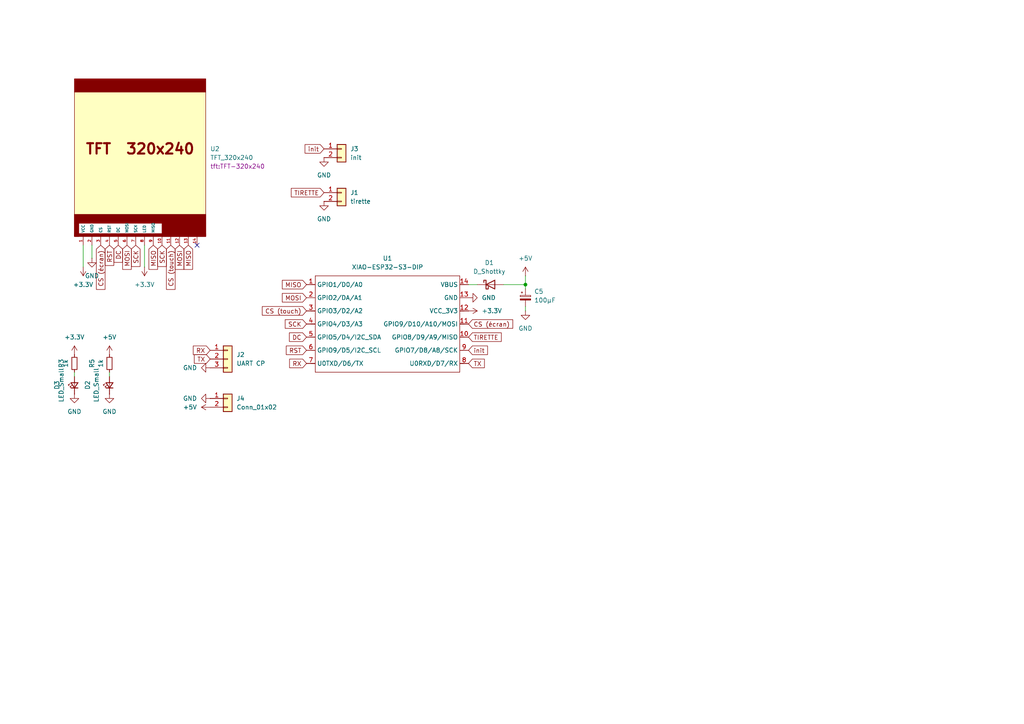
<source format=kicad_sch>
(kicad_sch (version 20250114) (generator "eeschema") (generator_version "9.0")
  (paper "A4")
  (lib_symbols
    (symbol "Connector_Generic:Conn_01x02" (pin_names (offset 1.016) (hide yes))
      (property "Reference" "J" (at 0 2.54 0))
      (property "Value" "Conn_01x02" (at 0 -5.08 0))
      (symbol "Conn_01x02_1_1"
        (rectangle (start -1.27 1.27) (end 1.27 -3.81) (stroke (width 0.254)) (fill (type background)))
        (rectangle (start -1.27 0.127) (end 0 -0.127) (stroke (width 0.1524)))
        (rectangle (start -1.27 -2.413) (end 0 -2.667) (stroke (width 0.1524)))
        (pin passive line (at -5.08 0 0) (length 3.81) (name "Pin_1") (number "1"))
        (pin passive line (at -5.08 -2.54 0) (length 3.81) (name "Pin_2") (number "2"))
      )
    )
    (symbol "Connector_Generic:Conn_01x03" (pin_names (offset 1.016) (hide yes))
      (property "Reference" "J" (at 0 5.08 0))
      (property "Value" "Conn_01x03" (at 0 -5.08 0))
      (symbol "Conn_01x03_1_1"
        (rectangle (start -1.27 3.81) (end 1.27 -3.81) (stroke (width 0.254)) (fill (type background)))
        (rectangle (start -1.27 2.667) (end 0 2.413) (stroke (width 0.1524)))
        (rectangle (start -1.27 0.127) (end 0 -0.127) (stroke (width 0.1524)))
        (rectangle (start -1.27 -2.413) (end 0 -2.667) (stroke (width 0.1524)))
        (pin passive line (at -5.08 2.54 0) (length 3.81) (name "Pin_1") (number "1"))
        (pin passive line (at -5.08 0 0) (length 3.81) (name "Pin_2") (number "2"))
        (pin passive line (at -5.08 -2.54 0) (length 3.81) (name "Pin_3") (number "3"))
      )
    )
    (symbol "Device:C_Polarized_Small" (pin_numbers (hide yes)) (pin_names (offset 0.254) (hide yes))
      (property "Reference" "C" (at 0.254 1.778 0))
      (property "Value" "C_Polarized_Small" (at 0.254 -2.032 0))
      (symbol "C_Polarized_Small_0_1"
        (rectangle (start -1.524 0.6858) (end 1.524 0.3048))
        (rectangle (start -1.524 -0.3048) (end 1.524 -0.6858) (fill (type outline)))
        (polyline (pts (xy -1.27 1.524) (xy -0.762 1.524)))
        (polyline (pts (xy -1.016 1.27) (xy -1.016 1.778)))
      )
      (symbol "C_Polarized_Small_1_1"
        (pin passive line (at 0 2.54 270) (length 1.8542) (name "~") (number "1"))
        (pin passive line (at 0 -2.54 90) (length 1.8542) (name "~") (number "2"))
      )
    )
    (symbol "Device:LED_Small" (pin_numbers (hide yes)) (pin_names (offset 0.254) (hide yes))
      (property "Reference" "D" (at -1.27 3.175 0))
      (property "Value" "LED_Small" (at -4.445 -2.54 0))
      (symbol "LED_Small_0_1"
        (polyline (pts (xy -0.762 -1.016) (xy -0.762 1.016)) (stroke (width 0.254)))
        (polyline (pts (xy 0 0.762) (xy -0.508 1.27) (xy -0.254 1.27) (xy -0.508 1.27) (xy -0.508 1.016)))
        (polyline (pts (xy 0.508 1.27) (xy 0 1.778) (xy 0.254 1.778) (xy 0 1.778) (xy 0 1.524)))
        (polyline (pts (xy 0.762 -1.016) (xy -0.762 0) (xy 0.762 1.016) (xy 0.762 -1.016)) (stroke (width 0.254)))
        (polyline (pts (xy 1.016 0) (xy -0.762 0)))
      )
      (symbol "LED_Small_1_1"
        (pin passive line (at -2.54 0 0) (length 1.778) (name "K") (number "1"))
        (pin passive line (at 2.54 0 180) (length 1.778) (name "A") (number "2"))
      )
    )
    (symbol "Device:R_Small" (pin_numbers (hide yes)) (pin_names (offset 0.254) (hide yes))
      (property "Reference" "R" (at 0.762 0.508 0))
      (property "Value" "R_Small" (at 0.762 -1.016 0))
      (symbol "R_Small_0_1"
        (rectangle (start -0.762 1.778) (end 0.762 -1.778) (stroke (width 0.2032)))
      )
      (symbol "R_Small_1_1"
        (pin passive line (at 0 2.54 270) (length 0.762) (name "~") (number "1"))
        (pin passive line (at 0 -2.54 90) (length 0.762) (name "~") (number "2"))
      )
    )
    (symbol "Diode:SB120" (pin_numbers (hide yes)) (pin_names (offset 1.016) (hide yes))
      (property "Reference" "D" (at 0 2.54 0))
      (property "Value" "SB120" (at 0 -2.54 0))
      (symbol "SB120_0_1"
        (polyline (pts (xy -1.905 0.635) (xy -1.905 1.27) (xy -1.27 1.27) (xy -1.27 -1.27) (xy -0.635 -1.27) (xy -0.635 -0.635)) (stroke (width 0.254)))
        (polyline (pts (xy 1.27 1.27) (xy 1.27 -1.27) (xy -1.27 0) (xy 1.27 1.27)) (stroke (width 0.254)))
        (polyline (pts (xy 1.27 0) (xy -1.27 0)))
      )
      (symbol "SB120_1_1"
        (pin passive line (at -3.81 0 0) (length 2.54) (name "K") (number "1"))
        (pin passive line (at 3.81 0 180) (length 2.54) (name "A") (number "2"))
      )
    )
    (symbol "Seeed_Studio_XIAO_Series:XIAO-ESP32-S3-DIP"
      (property "Reference" "U" (at 1.27 0.508 0))
      (property "Value" "XIAO-ESP32-S3-DIP" (at 9.652 -1.778 0))
      (symbol "XIAO-ESP32-S3-DIP_1_0"
        (polyline (pts (xy 0 -2.54) (xy 41.91 -2.54)) (stroke (width 0.1524)))
        (polyline (pts (xy 0 -5.08) (xy -1.27 -5.08)) (stroke (width 0.1524)))
        (polyline (pts (xy 0 -5.08) (xy 0 -2.54)) (stroke (width 0.1524)))
        (polyline (pts (xy 0 -8.89) (xy -1.27 -8.89)) (stroke (width 0.1524)))
        (polyline (pts (xy 0 -8.89) (xy 0 -5.08)) (stroke (width 0.1524)))
        (polyline (pts (xy 0 -12.7) (xy -1.27 -12.7)) (stroke (width 0.1524)))
        (polyline (pts (xy 0 -12.7) (xy 0 -8.89)) (stroke (width 0.1524)))
        (polyline (pts (xy 0 -16.51) (xy -1.27 -16.51)) (stroke (width 0.1524)))
        (polyline (pts (xy 0 -16.51) (xy 0 -12.7)) (stroke (width 0.1524)))
        (polyline (pts (xy 0 -20.32) (xy -1.27 -20.32)) (stroke (width 0.1524)))
        (polyline (pts (xy 0 -24.13) (xy -1.27 -24.13)) (stroke (width 0.1524)))
        (polyline (pts (xy 0 -27.94) (xy -1.27 -27.94)) (stroke (width 0.1524)))
        (polyline (pts (xy 0 -30.48) (xy 0 -16.51)) (stroke (width 0.1524)))
        (polyline (pts (xy 41.91 -2.54) (xy 41.91 -5.08)) (stroke (width 0.1524)))
        (polyline (pts (xy 41.91 -5.08) (xy 41.91 -8.89)) (stroke (width 0.1524)))
        (polyline (pts (xy 41.91 -8.89) (xy 41.91 -12.7)) (stroke (width 0.1524)))
        (polyline (pts (xy 41.91 -12.7) (xy 41.91 -30.48)) (stroke (width 0.1524)))
        (polyline (pts (xy 41.91 -30.48) (xy 0 -30.48)) (stroke (width 0.1524)))
        (polyline (pts (xy 43.18 -5.08) (xy 41.91 -5.08)) (stroke (width 0.1524)))
        (polyline (pts (xy 43.18 -8.89) (xy 41.91 -8.89)) (stroke (width 0.1524)))
        (polyline (pts (xy 43.18 -12.7) (xy 41.91 -12.7)) (stroke (width 0.1524)))
        (polyline (pts (xy 43.18 -16.51) (xy 41.91 -16.51)) (stroke (width 0.1524)))
        (polyline (pts (xy 43.18 -20.32) (xy 41.91 -20.32)) (stroke (width 0.1524)))
        (polyline (pts (xy 43.18 -24.13) (xy 41.91 -24.13)) (stroke (width 0.1524)))
        (polyline (pts (xy 43.18 -27.94) (xy 41.91 -27.94)) (stroke (width 0.1524)))
        (pin passive line (at -2.54 -5.08 0) (length 2.54) (name "GPIO1/D0/A0") (number "1"))
        (pin passive line (at -2.54 -8.89 0) (length 2.54) (name "GPIO2/DA/A1") (number "2"))
        (pin passive line (at -2.54 -12.7 0) (length 2.54) (name "GPIO3/D2/A2") (number "3"))
        (pin passive line (at -2.54 -16.51 0) (length 2.54) (name "GPIO4/D3/A3") (number "4"))
        (pin passive line (at -2.54 -20.32 0) (length 2.54) (name "GPIO5/D4/I2C_SDA") (number "5"))
        (pin passive line (at -2.54 -24.13 0) (length 2.54) (name "GPIO9/D5/I2C_SCL") (number "6"))
        (pin passive line (at -2.54 -27.94 0) (length 2.54) (name "U0TXD/D6/TX") (number "7"))
        (pin passive line (at 44.45 -5.08 180) (length 2.54) (name "VBUS") (number "14"))
        (pin passive line (at 44.45 -8.89 180) (length 2.54) (name "GND") (number "13"))
        (pin passive line (at 44.45 -12.7 180) (length 2.54) (name "VCC_3V3") (number "12"))
        (pin passive line (at 44.45 -16.51 180) (length 2.54) (name "GPIO9/D10/A10/MOSI") (number "11"))
        (pin passive line (at 44.45 -20.32 180) (length 2.54) (name "GPIO8/D9/A9/MISO") (number "10"))
        (pin passive line (at 44.45 -24.13 180) (length 2.54) (name "GPIO7/D8/A8/SCK") (number "9"))
        (pin passive line (at 44.45 -27.94 180) (length 2.54) (name "U0RXD/D7/RX") (number "8"))
      )
    )
    (symbol "power:+3.3V" (power) (pin_numbers (hide yes)) (pin_names (offset 0) (hide yes))
      (property "Value" "+3.3V" (at 0 3.556 0))
      (symbol "+3.3V_0_1"
        (polyline (pts (xy -0.762 1.27) (xy 0 2.54)))
        (polyline (pts (xy 0 2.54) (xy 0.762 1.27)))
        (polyline (pts (xy 0 0) (xy 0 2.54)))
      )
      (symbol "+3.3V_1_1"
        (pin power_in line (at 0 0 90) (length 0) (name "~") (number "1"))
      )
    )
    (symbol "power:+5V" (power) (pin_numbers (hide yes)) (pin_names (offset 0) (hide yes))
      (property "Value" "+5V" (at 0 3.556 0))
      (symbol "+5V_0_1"
        (polyline (pts (xy -0.762 1.27) (xy 0 2.54)))
        (polyline (pts (xy 0 2.54) (xy 0.762 1.27)))
        (polyline (pts (xy 0 0) (xy 0 2.54)))
      )
      (symbol "+5V_1_1"
        (pin power_in line (at 0 0 90) (length 0) (name "~") (number "1"))
      )
    )
    (symbol "power:GND" (power) (pin_numbers (hide yes)) (pin_names (offset 0) (hide yes))
      (property "Value" "GND" (at 0 -3.81 0))
      (symbol "GND_0_1"
        (polyline (pts (xy 0 0) (xy 0 -1.27) (xy 1.27 -1.27) (xy 0 -2.54) (xy -1.27 -1.27) (xy 0 -1.27)))
      )
      (symbol "GND_1_1"
        (pin power_in line (at 0 0 270) (length 0) (name "~") (number "1"))
      )
    )
    (symbol "tft_320x240:TFT_320x240" (pin_names (offset 1.016))
      (property "Reference" "U?" (at 20.32 25.4001 0))
      (property "Value" "TFT_320x240" (at 20.32 22.8601 0))
      (property "Footprint" "z_Devices:TFT-320x240" (at 20.32 20.3201 0))
      (symbol "TFT_320x240_0_0"
        (text "TFT  320x240" (at 0 25.4 0) (effects (font (size 2.9972 2.9972) (bold yes))))
      )
      (symbol "TFT_320x240_0_1"
        (rectangle (start -19.05 41.91) (end 19.05 45.72) (fill (type outline)))
        (rectangle (start -19.05 6.35) (end 19.05 41.91) (fill (type background)))
        (rectangle (start -19.05 6.35) (end 19.05 3.81) (fill (type outline)))
        (rectangle (start -19.05 0) (end 19.05 6.35))
        (rectangle (start -19.05 0) (end 19.05 0.8382) (fill (type outline)))
        (rectangle (start -17.78 0) (end -19.05 3.81) (fill (type outline)))
        (rectangle (start 19.05 0) (end 6.35 3.81) (fill (type outline)))
      )
      (symbol "TFT_320x240_1_1"
        (pin power_in line (at -16.51 -2.54 90) (length 2.54) (name "VCC") (number "1"))
        (pin bidirectional line (at -13.97 -2.54 90) (length 2.54) (name "GND") (number "2"))
        (pin bidirectional line (at -11.43 -2.54 90) (length 2.54) (name "CS") (number "3"))
        (pin bidirectional line (at -8.89 -2.54 90) (length 2.54) (name "RST") (number "4"))
        (pin bidirectional line (at -6.35 -2.54 90) (length 2.54) (name "DC") (number "5"))
        (pin bidirectional line (at -3.81 -2.54 90) (length 2.54) (name "MOSI") (number "6"))
        (pin bidirectional line (at -1.27 -2.54 90) (length 2.54) (name "SCK") (number "7"))
        (pin power_in line (at 1.27 -2.54 90) (length 2.54) (name "LED") (number "8"))
        (pin bidirectional line (at 3.81 -2.54 90) (length 2.54) (name "MISO") (number "9"))
        (pin bidirectional line (at 6.35 -2.54 90) (length 2.54) (name "~") (number "10"))
        (pin bidirectional line (at 8.89 -2.54 90) (length 2.54) (name "~") (number "11"))
        (pin bidirectional line (at 11.43 -2.54 90) (length 2.54) (name "~") (number "12"))
        (pin bidirectional line (at 13.97 -2.54 90) (length 2.54) (name "~") (number "13"))
        (pin bidirectional line (at 16.51 -2.54 90) (length 2.54) (name "~") (number "14"))
      )
    )
  )
  (junction (at 152.4 82.55))
  (no_connect (at 57.15 71.12))
  (wire (pts (xy 26.67 74.93) (xy 26.67 71.12)))
  (wire (pts (xy 152.4 82.55) (xy 152.4 80.01)))
  (wire (pts (xy 152.4 90.17) (xy 152.4 88.9)))
  (wire (pts (xy 41.91 77.47) (xy 41.91 71.12)))
  (wire (pts (xy 152.4 82.55) (xy 152.4 83.82)))
  (wire (pts (xy 21.59 109.22) (xy 21.59 107.95)))
  (wire (pts (xy 138.43 82.55) (xy 135.89 82.55)))
  (wire (pts (xy 31.75 109.22) (xy 31.75 107.95)))
  (wire (pts (xy 146.05 82.55) (xy 152.4 82.55)))
  (wire (pts (xy 24.13 77.47) (xy 24.13 71.12)))
  (global_label "MISO" (shape input) (at 54.61 71.12 270) (property "Intersheetrefs" "${INTERSHEET_REFS}" (effects (hide yes))))
  (global_label "CS (écran)" (shape input) (at 29.21 71.12 270) (property "Intersheetrefs" "${INTERSHEET_REFS}" (effects (hide yes))))
  (global_label "TX" (shape input) (at 60.96 104.14 180) (property "Intersheetrefs" "${INTERSHEET_REFS}" (effects (hide yes))))
  (global_label "init" (shape input) (at 135.89 101.6 0) (property "Intersheetrefs" "${INTERSHEET_REFS}" (effects (hide yes))))
  (global_label "RX" (shape input) (at 60.96 101.6 180) (property "Intersheetrefs" "${INTERSHEET_REFS}" (effects (hide yes))))
  (global_label "init" (shape input) (at 93.98 43.18 180) (property "Intersheetrefs" "${INTERSHEET_REFS}" (effects (hide yes))))
  (global_label "TX" (shape input) (at 135.89 105.41 0) (property "Intersheetrefs" "${INTERSHEET_REFS}" (effects (hide yes))))
  (global_label "MISO" (shape input) (at 44.45 71.12 270) (property "Intersheetrefs" "${INTERSHEET_REFS}" (effects (hide yes))))
  (global_label "RST" (shape input) (at 31.75 71.12 270) (property "Intersheetrefs" "${INTERSHEET_REFS}" (effects (hide yes))))
  (global_label "SCK" (shape input) (at 46.99 71.12 270) (property "Intersheetrefs" "${INTERSHEET_REFS}" (effects (hide yes))))
  (global_label "DC" (shape input) (at 88.9 97.79 180) (property "Intersheetrefs" "${INTERSHEET_REFS}" (effects (hide yes))))
  (global_label "MOSI" (shape input) (at 88.9 86.36 180) (property "Intersheetrefs" "${INTERSHEET_REFS}" (effects (hide yes))))
  (global_label "SCK" (shape input) (at 39.37 71.12 270) (property "Intersheetrefs" "${INTERSHEET_REFS}" (effects (hide yes))))
  (global_label "TIRETTE" (shape input) (at 93.98 55.88 180) (property "Intersheetrefs" "${INTERSHEET_REFS}" (effects (hide yes))))
  (global_label "TIRETTE" (shape input) (at 135.89 97.79 0) (property "Intersheetrefs" "${INTERSHEET_REFS}" (effects (hide yes))))
  (global_label "CS (touch)" (shape input) (at 88.9 90.17 180) (property "Intersheetrefs" "${INTERSHEET_REFS}" (effects (hide yes))))
  (global_label "CS (touch)" (shape input) (at 49.53 71.12 270) (property "Intersheetrefs" "${INTERSHEET_REFS}" (effects (hide yes))))
  (global_label "SCK" (shape input) (at 88.9 93.98 180) (property "Intersheetrefs" "${INTERSHEET_REFS}" (effects (hide yes))))
  (global_label "CS (écran)" (shape input) (at 135.89 93.98 0) (property "Intersheetrefs" "${INTERSHEET_REFS}" (effects (hide yes))))
  (global_label "MOSI" (shape input) (at 52.07 71.12 270) (property "Intersheetrefs" "${INTERSHEET_REFS}" (effects (hide yes))))
  (global_label "MOSI" (shape input) (at 36.83 71.12 270) (property "Intersheetrefs" "${INTERSHEET_REFS}" (effects (hide yes))))
  (global_label "RX" (shape input) (at 88.9 105.41 180) (property "Intersheetrefs" "${INTERSHEET_REFS}" (effects (hide yes))))
  (global_label "DC" (shape input) (at 34.29 71.12 270) (property "Intersheetrefs" "${INTERSHEET_REFS}" (effects (hide yes))))
  (global_label "MISO" (shape input) (at 88.9 82.55 180) (property "Intersheetrefs" "${INTERSHEET_REFS}" (effects (hide yes))))
  (global_label "RST" (shape input) (at 88.9 101.6 180) (property "Intersheetrefs" "${INTERSHEET_REFS}" (effects (hide yes))))
  (symbol (lib_id "power:GND") (at 26.67 74.93 0) (unit 1)
    (property "Reference" "#PWR04" (effects (hide yes)))
    (property "Value" "GND" (at 26.67 80.01 0))
    (property "Description" "Power symbol creates a global label with name \"GND\" , ground" (effects (hide yes)))
  )
  (symbol (lib_id "power:+5V") (at 60.96 118.11 90) (unit 1)
    (property "Reference" "#PWR07" (effects (hide yes)))
    (property "Value" "+5V" (at 57.15 118.1099 90) (effects (justify left)))
    (property "Description" "Power symbol creates a global label with name \"+5V\"" (effects (hide yes)))
  )
  (symbol (lib_id "tft_320x240:TFT_320x240") (at 40.64 68.58 0) (unit 1)
    (property "Reference" "U2" (at 60.96 43.1799 0) (effects (justify left)))
    (property "Value" "TFT_320x240" (at 60.96 45.7199 0) (effects (justify left)))
    (property "Footprint" "tft:TFT-320x240" (at 60.96 48.2599 0) (effects (justify left)))
  )
  (symbol (lib_id "Device:R_Small") (at 31.75 105.41 0) (unit 1)
    (property "Reference" "R5" (at 26.67 105.41 90))
    (property "Value" "1k" (at 29.21 105.41 90))
    (property "Footprint" "Resistor_SMD:R_1206_3216Metric_Pad1.30x1.75mm_HandSolder" (effects (hide yes)))
    (property "Description" "Resistor, small symbol" (effects (hide yes)))
  )
  (symbol (lib_id "Seeed_Studio_XIAO_Series:XIAO-ESP32-S3-DIP") (at 91.44 77.47 0) (unit 1)
    (property "Reference" "U1" (at 112.395 74.93 0))
    (property "Value" "XIAO-ESP32-S3-DIP" (at 112.395 77.47 0))
    (property "Footprint" "Seeed Studio XIAO Series Library:XIAO-ESP32S3-DIP" (effects (hide yes)))
  )
  (symbol (lib_id "power:+3.3V") (at 24.13 77.47 180) (unit 1)
    (property "Reference" "#PWR02" (effects (hide yes)))
    (property "Value" "+3.3V" (at 24.13 82.55 0))
    (property "Description" "Power symbol creates a global label with name \"+3.3V\"" (effects (hide yes)))
  )
  (symbol (lib_id "power:+3.3V") (at 135.89 90.17 270) (unit 1)
    (property "Reference" "#PWR01" (effects (hide yes)))
    (property "Value" "+3.3V" (at 139.7 90.1699 90) (effects (justify left)))
    (property "Description" "Power symbol creates a global label with name \"+3.3V\"" (effects (hide yes)))
  )
  (symbol (lib_id "power:GND") (at 31.75 114.3 0) (unit 1)
    (property "Reference" "#PWR018" (effects (hide yes)))
    (property "Value" "GND" (at 31.75 119.38 0))
    (property "Description" "Power symbol creates a global label with name \"GND\" , ground" (effects (hide yes)))
  )
  (symbol (lib_id "power:GND") (at 60.96 115.57 270) (unit 1)
    (property "Reference" "#PWR016" (effects (hide yes)))
    (property "Value" "GND" (at 57.15 115.5699 90) (effects (justify right)))
    (property "Description" "Power symbol creates a global label with name \"GND\" , ground" (effects (hide yes)))
  )
  (symbol (lib_id "Device:LED_Small") (at 31.75 111.76 90) (unit 1)
    (property "Reference" "D2" (at 25.4 111.6965 0))
    (property "Value" "LED_Small" (at 27.94 111.6965 0))
    (property "Footprint" "LED_SMD:LED_1206_3216Metric" (effects (hide yes)))
    (property "Description" "Light emitting diode, small symbol" (effects (hide yes)))
    (property "Sim.Pin" "1=K 2=A" (effects (hide yes)))
  )
  (symbol (lib_id "power:+3.3V") (at 41.91 77.47 180) (unit 1)
    (property "Reference" "#PWR03" (effects (hide yes)))
    (property "Value" "+3.3V" (at 41.91 82.55 0))
    (property "Description" "Power symbol creates a global label with name \"+3.3V\"" (effects (hide yes)))
  )
  (symbol (lib_id "Connector_Generic:Conn_01x03") (at 66.04 104.14 0) (unit 1)
    (property "Reference" "J2" (at 68.58 102.8699 0) (effects (justify left)))
    (property "Value" "UART CP" (at 68.58 105.4099 0) (effects (justify left)))
    (property "Footprint" "Connector_Molex:Molex_KK-254_AE-6410-03A_1x03_P2.54mm_Vertical" (effects (hide yes)))
    (property "Description" "Generic connector, single row, 01x03, script generated (kicad-library-utils/schlib/autogen/connector/)" (effects (hide yes)))
  )
  (symbol (lib_id "power:GND") (at 93.98 45.72 0) (unit 1)
    (property "Reference" "#PWR08" (effects (hide yes)))
    (property "Value" "GND" (at 93.98 50.8 0))
    (property "Description" "Power symbol creates a global label with name \"GND\" , ground" (effects (hide yes)))
  )
  (symbol (lib_id "Device:R_Small") (at 21.59 105.41 0) (unit 1)
    (property "Reference" "R3" (at 17.78 105.41 90))
    (property "Value" "1k" (at 19.05 105.41 90))
    (property "Footprint" "Resistor_SMD:R_1206_3216Metric_Pad1.30x1.75mm_HandSolder" (effects (hide yes)))
    (property "Description" "Resistor, small symbol" (effects (hide yes)))
  )
  (symbol (lib_id "Connector_Generic:Conn_01x02") (at 66.04 115.57 0) (unit 1)
    (property "Reference" "J4" (at 68.58 115.5699 0) (effects (justify left)))
    (property "Value" "Conn_01x02" (at 68.58 118.1099 0) (effects (justify left)))
    (property "Footprint" "Connector_Molex:Molex_KK-254_AE-6410-02A_1x02_P2.54mm_Vertical" (effects (hide yes)))
    (property "Description" "Generic connector, single row, 01x02, script generated (kicad-library-utils/schlib/autogen/connector/)" (effects (hide yes)))
  )
  (symbol (lib_id "power:GND") (at 135.89 86.36 90) (unit 1)
    (property "Reference" "#PWR05" (effects (hide yes)))
    (property "Value" "GND" (at 139.7 86.3599 90) (effects (justify right)))
    (property "Description" "Power symbol creates a global label with name \"GND\" , ground" (effects (hide yes)))
  )
  (symbol (lib_id "Device:C_Polarized_Small") (at 152.4 86.36 0) (unit 1)
    (property "Reference" "C5" (at 154.94 84.5438 0) (effects (justify left)))
    (property "Value" "100µF" (at 154.94 87.0838 0) (effects (justify left)))
    (property "Footprint" "Capacitor_THT:CP_Radial_D5.0mm_P2.00mm" (effects (hide yes)))
    (property "Description" "Polarized capacitor, small symbol" (effects (hide yes)))
  )
  (symbol (lib_id "power:GND") (at 21.59 114.3 0) (unit 1)
    (property "Reference" "#PWR034" (effects (hide yes)))
    (property "Value" "GND" (at 21.59 119.38 0))
    (property "Description" "Power symbol creates a global label with name \"GND\" , ground" (effects (hide yes)))
  )
  (symbol (lib_id "power:+5V") (at 152.4 80.01 0) (unit 1)
    (property "Reference" "#PWR06" (effects (hide yes)))
    (property "Value" "+5V" (at 152.4 74.93 0))
    (property "Description" "Power symbol creates a global label with name \"+5V\"" (effects (hide yes)))
  )
  (symbol (lib_id "Connector_Generic:Conn_01x02") (at 99.06 43.18 0) (unit 1)
    (property "Reference" "J3" (at 101.6 43.1799 0) (effects (justify left)))
    (property "Value" "init" (at 101.6 45.7199 0) (effects (justify left)))
    (property "Footprint" "Connector_Molex:Molex_KK-254_AE-6410-02A_1x02_P2.54mm_Vertical" (effects (hide yes)))
    (property "Description" "Generic connector, single row, 01x02, script generated (kicad-library-utils/schlib/autogen/connector/)" (effects (hide yes)))
  )
  (symbol (lib_id "Connector_Generic:Conn_01x02") (at 99.06 55.88 0) (unit 1)
    (property "Reference" "J1" (at 101.6 55.8799 0) (effects (justify left)))
    (property "Value" "tirette" (at 101.6 58.4199 0) (effects (justify left)))
    (property "Footprint" "Connector_Molex:Molex_KK-254_AE-6410-02A_1x02_P2.54mm_Vertical" (effects (hide yes)))
    (property "Description" "Generic connector, single row, 01x02, script generated (kicad-library-utils/schlib/autogen/connector/)" (effects (hide yes)))
  )
  (symbol (lib_id "Diode:SB120") (at 142.24 82.55 0) (unit 1)
    (property "Reference" "D1" (at 141.9225 76.2 0))
    (property "Value" "D_Shottky" (at 141.9225 78.74 0))
    (property "Footprint" "Diode_THT:D_DO-41_SOD81_P10.16mm_Horizontal" (effects (hide yes)))
    (property "Datasheet" "http://www.diodes.com/_files/datasheets/ds23022.pdf" (effects (hide yes)))
    (property "Description" "20V 1A Schottky Barrier Rectifier Diode, DO-41" (effects (hide yes)))
  )
  (symbol (lib_id "Device:LED_Small") (at 21.59 111.76 90) (unit 1)
    (property "Reference" "D3" (at 16.51 111.6965 0))
    (property "Value" "LED_Small" (at 17.78 111.6965 0))
    (property "Footprint" "LED_SMD:LED_1206_3216Metric" (effects (hide yes)))
    (property "Description" "Light emitting diode, small symbol" (effects (hide yes)))
    (property "Sim.Pin" "1=K 2=A" (effects (hide yes)))
  )
  (symbol (lib_id "power:GND") (at 93.98 58.42 0) (unit 1)
    (property "Reference" "#PWR019" (effects (hide yes)))
    (property "Value" "GND" (at 93.98 63.5 0))
    (property "Description" "Power symbol creates a global label with name \"GND\" , ground" (effects (hide yes)))
  )
  (symbol (lib_id "power:GND") (at 60.96 106.68 270) (unit 1)
    (property "Reference" "#PWR062" (effects (hide yes)))
    (property "Value" "GND" (at 57.15 106.6799 90) (effects (justify right)))
    (property "Description" "Power symbol creates a global label with name \"GND\" , ground" (effects (hide yes)))
  )
  (symbol (lib_id "power:GND") (at 152.4 90.17 0) (unit 1)
    (property "Reference" "#PWR0101" (effects (hide yes)))
    (property "Value" "GND" (at 152.4 95.25 0))
    (property "Description" "Power symbol creates a global label with name \"GND\" , ground" (effects (hide yes)))
  )
  (symbol (lib_id "power:+5V") (at 31.75 102.87 0) (unit 1)
    (property "Reference" "#PWR017" (effects (hide yes)))
    (property "Value" "+5V" (at 31.75 97.79 0))
    (property "Description" "Power symbol creates a global label with name \"+5V\"" (effects (hide yes)))
  )
  (symbol (lib_id "power:+3.3V") (at 21.59 102.87 0) (unit 1)
    (property "Reference" "#PWR032" (effects (hide yes)))
    (property "Value" "+3.3V" (at 21.59 97.79 0))
    (property "Description" "Power symbol creates a global label with name \"+3.3V\"" (effects (hide yes)))
  )
)
</source>
